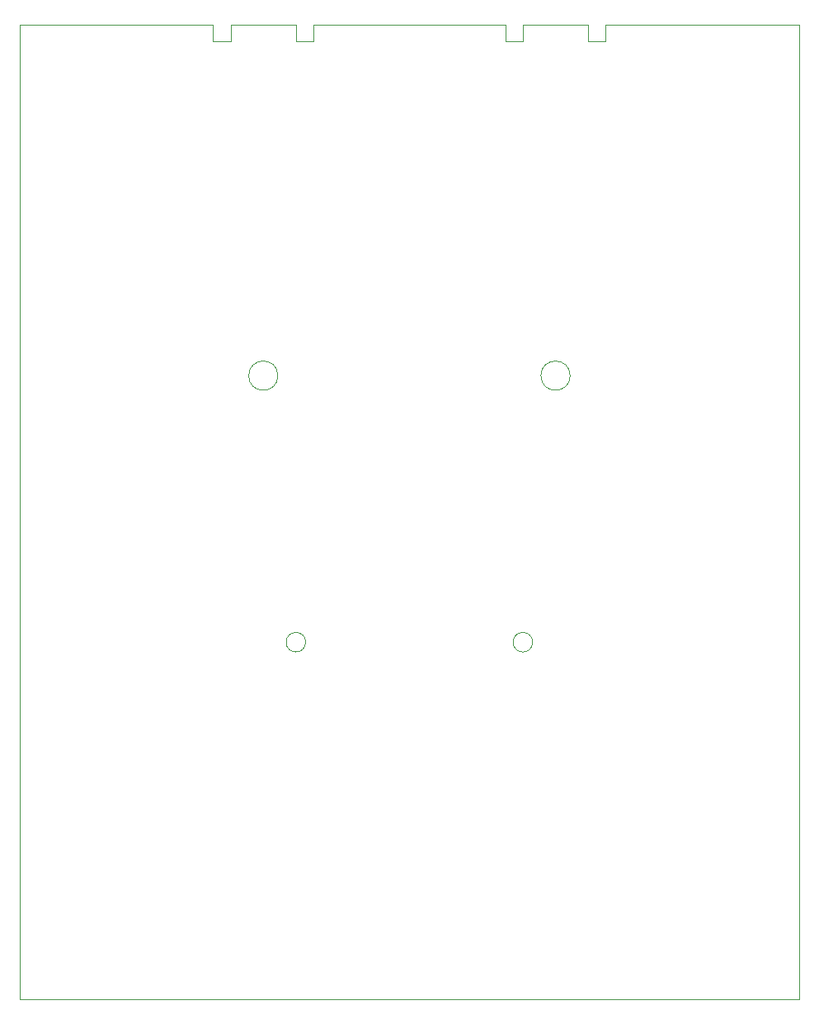
<source format=gm1>
G04 #@! TF.GenerationSoftware,KiCad,Pcbnew,7.0.5*
G04 #@! TF.CreationDate,2023-08-17T21:40:02+09:00*
G04 #@! TF.ProjectId,xSSDAC,78535344-4143-42e6-9b69-6361645f7063,rev?*
G04 #@! TF.SameCoordinates,Original*
G04 #@! TF.FileFunction,Profile,NP*
%FSLAX46Y46*%
G04 Gerber Fmt 4.6, Leading zero omitted, Abs format (unit mm)*
G04 Created by KiCad (PCBNEW 7.0.5) date 2023-08-17 21:40:02*
%MOMM*%
%LPD*%
G01*
G04 APERTURE LIST*
G04 #@! TA.AperFunction,Profile*
%ADD10C,0.050000*%
G04 #@! TD*
G04 APERTURE END LIST*
D10*
X110000000Y-50000000D02*
X110000000Y-150000000D01*
X110000000Y-150000000D02*
X190000000Y-150000000D01*
X129850000Y-50000000D02*
X110000000Y-50000000D01*
X190000000Y-50000000D02*
X170150000Y-50000000D01*
X162650000Y-113350000D02*
G75*
G03*
X162650000Y-113350000I-1000000J0D01*
G01*
X190000000Y-133400000D02*
X190000000Y-133400000D01*
X161650000Y-50000000D02*
X161650000Y-51700000D01*
X170150000Y-51700000D02*
X168350000Y-51700000D01*
X139350000Y-113350000D02*
G75*
G03*
X139350000Y-113350000I-1000000J0D01*
G01*
X140150000Y-51700000D02*
X138350000Y-51700000D01*
X138350000Y-51700000D02*
X138350000Y-50000000D01*
X190000000Y-150000000D02*
X190000000Y-50000000D01*
X138350000Y-50000000D02*
X131650000Y-50000000D01*
X168350000Y-51700000D02*
X168350000Y-50000000D01*
X159850000Y-51700000D02*
X159850000Y-50000000D01*
X131650000Y-50000000D02*
X131650000Y-51700000D01*
X129850000Y-51700000D02*
X129850000Y-50000000D01*
X159850000Y-50000000D02*
X140150000Y-50000000D01*
X136500000Y-86000000D02*
G75*
G03*
X136500000Y-86000000I-1500000J0D01*
G01*
X168350000Y-50000000D02*
X161650000Y-50000000D01*
X161650000Y-51700000D02*
X159850000Y-51700000D01*
X166500000Y-86000000D02*
G75*
G03*
X166500000Y-86000000I-1500000J0D01*
G01*
X140150000Y-50000000D02*
X140150000Y-51700000D01*
X131650000Y-51700000D02*
X129850000Y-51700000D01*
X170150000Y-50000000D02*
X170150000Y-51700000D01*
M02*

</source>
